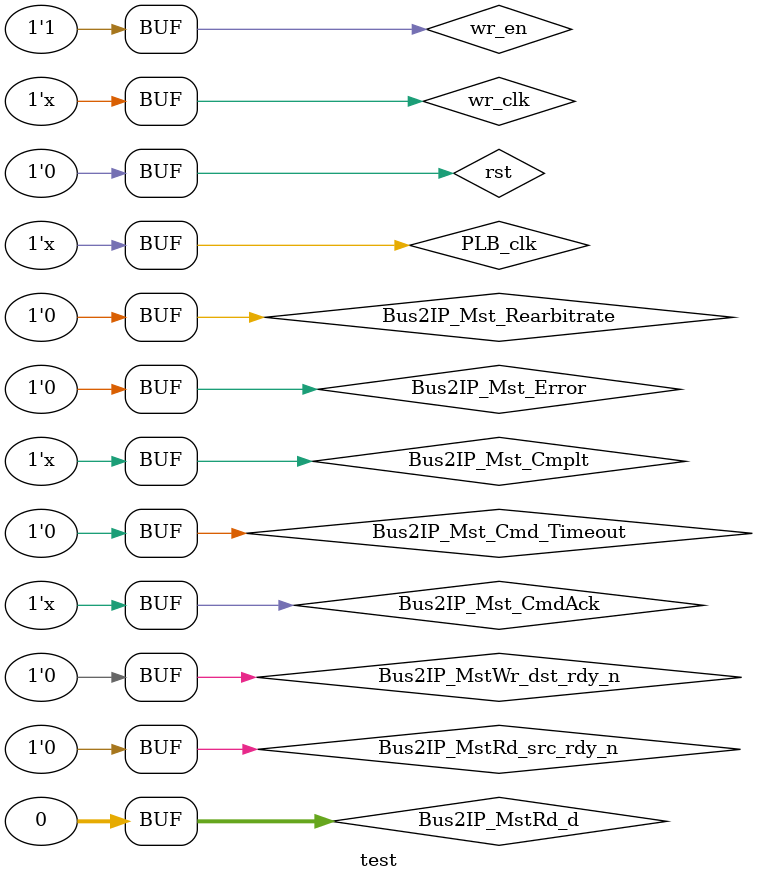
<source format=v>
`timescale 1ns / 1ps


module test;

	// Inputs
	//wire [0:63] fifo_data;
    reg [0:63] fifo_data  = {7'b0, 9'h5, 6'b0, 10'h66, 32'habcd_e111};;
	reg fifo_empty = 1;
	reg PLB_clk;
	reg Bus2IP_Mst_CmdAck;
	reg Bus2IP_Mst_Cmplt;
	reg Bus2IP_Mst_Error;
	reg Bus2IP_Mst_Rearbitrate;
	reg Bus2IP_Mst_Cmd_Timeout;
	reg [0:31] Bus2IP_MstRd_d;
	reg Bus2IP_MstRd_src_rdy_n;
	reg Bus2IP_MstWr_dst_rdy_n;

	// Outputs
	wire fifo_rd_en;
	wire IP2Bus_MstRd_Req;
	wire IP2Bus_MstWr_Req;
	wire [0:31] IP2Bus_Mst_Addr;
	wire [0:3] IP2Bus_Mst_BE;
	wire IP2Bus_Mst_Lock;
	wire IP2Bus_Mst_Reset;
	wire [0:31] IP2Bus_MstWr_d;
    wire [0:3] state;
    
    reg wr_clk = 0;
    reg rst = 0;
    reg [0:127] din = {7'b0, 9'h5, 6'b0, 10'h66, 32'habcd_e111};
    reg wr_en = 1;
    
    wire [3:0] rd_data_count;
    wire [3:0] wr_data_count;
    
    fifo_generator_v6_2 fifo (
	.rst(rst),
	.wr_clk(wr_clk),
	.rd_clk(PLB_clk),
	.din(din), // Bus [127 : 0] 
	.wr_en(wr_en),
	.rd_en(fifo_rd_en),
//	.dout(fifo_data), // Bus [127 : 0] 
	.full(full),
	.wr_ack(wr_ack),
	.overflow(overflow),
//	.empty(fifo_empty),
	.valid(valid),
	.underflow(underflow),
	.rd_data_count(rd_data_count), // Bus [3 : 0] 
	.wr_data_count(wr_data_count)); // Bus [3 : 0] 


	// Instantiate the Unit Under Test (UUT)
	fbwriter uut (
        .state( state ),
        
		.fifo_data(fifo_data), 
		.fifo_empty(fifo_empty), 
		.fifo_rd_en(fifo_rd_en), 
		.PLB_clk(PLB_clk), 
		.IP2Bus_MstRd_Req(IP2Bus_MstRd_Req), 
		.IP2Bus_MstWr_Req(IP2Bus_MstWr_Req), 
		.IP2Bus_Mst_Addr(IP2Bus_Mst_Addr), 
		.IP2Bus_Mst_BE(IP2Bus_Mst_BE), 
		.IP2Bus_Mst_Lock(IP2Bus_Mst_Lock), 
		.IP2Bus_Mst_Reset(IP2Bus_Mst_Reset), 
		.Bus2IP_Mst_CmdAck(Bus2IP_Mst_CmdAck), 
		.Bus2IP_Mst_Cmplt(Bus2IP_Mst_Cmplt), 
		.Bus2IP_Mst_Error(Bus2IP_Mst_Error), 
		.Bus2IP_Mst_Rearbitrate(Bus2IP_Mst_Rearbitrate), 
		.Bus2IP_Mst_Cmd_Timeout(Bus2IP_Mst_Cmd_Timeout), 
		.Bus2IP_MstRd_d(Bus2IP_MstRd_d), 
		.Bus2IP_MstRd_src_rdy_n(Bus2IP_MstRd_src_rdy_n), 
		.IP2Bus_MstWr_d(IP2Bus_MstWr_d), 
		.Bus2IP_MstWr_dst_rdy_n(Bus2IP_MstWr_dst_rdy_n)
	);
	
	always #100
	  begin
	    PLB_clk = ~PLB_clk;
	  end

    always #200
      begin
        wr_clk = ~wr_clk;
      end
      
	always @ (posedge wr_clk)
      begin
        if ( !full )
          din = din + 1;
      end
      
      
    always @ (posedge PLB_clk)
      begin
        if ( state == 0 )
          fifo_data = fifo_data + 1;
      end
    
    
    
  always @ (posedge PLB_clk)
    if ( fifo_rd_en && fifo_empty == 0 )
      fifo_empty <= 1;
    else if ( state == 0 )
      fifo_empty <= 0;
    else
      fifo_empty <= fifo_empty;

	initial begin
		// Initialize Inputs
		PLB_clk = 0;
		Bus2IP_Mst_CmdAck = 0;
		Bus2IP_Mst_Cmplt = 0;
		Bus2IP_Mst_Error = 0;
		Bus2IP_Mst_Rearbitrate = 0;
		Bus2IP_Mst_Cmd_Timeout = 0;
		Bus2IP_MstRd_d = 0;
		Bus2IP_MstRd_src_rdy_n = 0;
		Bus2IP_MstWr_dst_rdy_n = 0;

		// Wait 100 ns for global reset to finish
		#100;        


	end
    
    
  always #900
    begin
      Bus2IP_Mst_CmdAck = ~Bus2IP_Mst_CmdAck;
	  Bus2IP_Mst_Cmplt  = ~Bus2IP_Mst_Cmplt;
      #100
      Bus2IP_Mst_CmdAck = ~Bus2IP_Mst_CmdAck;
	  Bus2IP_Mst_Cmplt  = ~Bus2IP_Mst_Cmplt;
    end
    
endmodule


</source>
